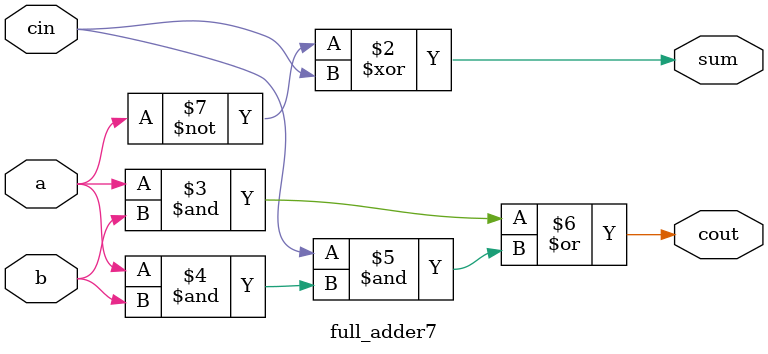
<source format=v>
module full_adder7(a,b,cin,sum,cout);
input a,b,cin;
output sum,cout;
assign sum = a^1'b1^cin;
assign cout = a&b|cin&(a&b); 
// initial begin
//     $display("The incorrect adder with xor0 having in2/1");
// end   
endmodule
</source>
